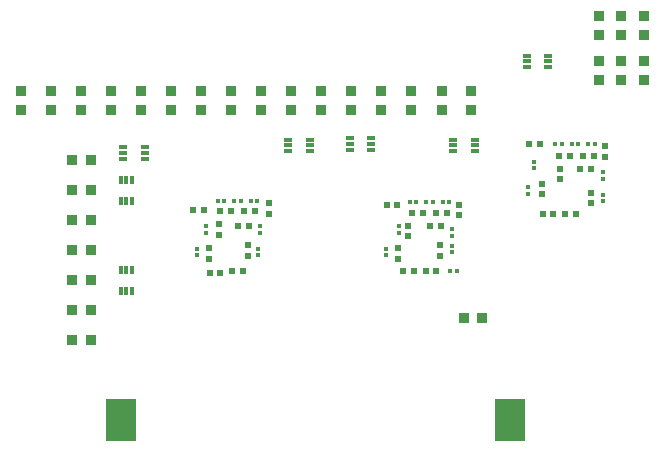
<source format=gbr>
G04 EAGLE Gerber RS-274X export*
G75*
%MOMM*%
%FSLAX34Y34*%
%LPD*%
%INSolderpaste Bottom*%
%IPPOS*%
%AMOC8*
5,1,8,0,0,1.08239X$1,22.5*%
G01*
%ADD10R,0.600000X0.620000*%
%ADD11R,0.365000X0.330000*%
%ADD12R,0.620000X0.600000*%
%ADD13R,0.330000X0.365000*%
%ADD14R,0.300000X0.650000*%
%ADD15R,0.650000X0.300000*%
%ADD16R,0.950000X0.900000*%
%ADD17R,0.900000X0.950000*%
%ADD18R,2.500000X3.600000*%


D10*
X-119860Y420370D03*
X-129060Y420370D03*
D11*
X-195860Y312420D03*
X-190220Y312420D03*
D10*
X-103660Y410210D03*
X-94460Y410210D03*
X-235740Y312420D03*
X-226540Y312420D03*
X-399570Y311150D03*
X-390370Y311150D03*
X-108430Y360680D03*
X-117630Y360680D03*
D12*
X-187960Y369090D03*
X-187960Y359890D03*
X-102870Y390370D03*
X-102870Y399570D03*
D10*
X-85880Y398780D03*
X-76680Y398780D03*
D12*
X-349250Y370360D03*
X-349250Y361160D03*
D10*
X-83340Y410210D03*
X-74140Y410210D03*
D12*
X-118110Y386870D03*
X-118110Y377670D03*
X-231140Y342110D03*
X-231140Y351310D03*
D10*
X-207800Y361950D03*
X-198600Y361950D03*
X-240510Y368300D03*
X-249710Y368300D03*
D12*
X-204470Y325600D03*
X-204470Y334800D03*
D10*
X-228120Y361950D03*
X-218920Y361950D03*
D12*
X-240030Y332260D03*
X-240030Y323060D03*
D10*
X-212880Y350520D03*
X-203680Y350520D03*
X-370360Y363220D03*
X-361160Y363220D03*
X-404340Y364490D03*
X-413540Y364490D03*
X-390680Y363220D03*
X-381480Y363220D03*
D12*
X-367030Y325600D03*
X-367030Y334800D03*
X-391160Y343380D03*
X-391160Y352580D03*
D10*
X-98580Y360680D03*
X-89380Y360680D03*
X-375440Y350520D03*
X-366240Y350520D03*
D12*
X-400050Y332260D03*
X-400050Y323060D03*
D10*
X-216690Y312420D03*
X-207490Y312420D03*
D13*
X-250190Y331750D03*
X-250190Y326110D03*
D11*
X-92990Y420370D03*
X-87350Y420370D03*
X-106960Y420370D03*
X-101320Y420370D03*
D13*
X-402590Y345160D03*
X-402590Y350800D03*
D11*
X-79020Y420370D03*
X-73380Y420370D03*
D13*
X-66040Y390880D03*
X-66040Y396520D03*
D12*
X-64770Y418620D03*
X-64770Y409420D03*
D13*
X-129540Y383820D03*
X-129540Y378180D03*
X-194310Y328650D03*
X-194310Y334290D03*
X-238760Y345160D03*
X-238760Y350800D03*
X-194310Y342620D03*
X-194310Y348260D03*
D11*
X-216180Y370840D03*
X-210540Y370840D03*
X-202210Y370840D03*
X-196570Y370840D03*
X-230150Y370840D03*
X-224510Y370840D03*
D13*
X-124460Y399770D03*
X-124460Y405410D03*
D12*
X-76200Y370050D03*
X-76200Y379250D03*
D13*
X-66040Y371830D03*
X-66040Y377470D03*
X-356870Y345160D03*
X-356870Y350800D03*
X-410210Y331750D03*
X-410210Y326110D03*
D11*
X-364770Y372110D03*
X-359130Y372110D03*
X-378740Y372110D03*
X-373100Y372110D03*
X-392710Y372110D03*
X-387070Y372110D03*
D13*
X-358140Y326110D03*
X-358140Y331750D03*
D10*
X-380520Y312420D03*
X-371320Y312420D03*
D14*
X-464900Y371750D03*
X-469900Y371750D03*
X-474900Y371750D03*
X-474900Y390250D03*
X-469900Y390250D03*
X-464900Y390250D03*
X-464900Y295550D03*
X-469900Y295550D03*
X-474900Y295550D03*
X-474900Y314050D03*
X-469900Y314050D03*
X-464900Y314050D03*
D15*
X-193400Y414100D03*
X-193400Y419100D03*
X-193400Y424100D03*
X-174900Y424100D03*
X-174900Y419100D03*
X-174900Y414100D03*
X-281030Y415370D03*
X-281030Y420370D03*
X-281030Y425370D03*
X-262530Y425370D03*
X-262530Y420370D03*
X-262530Y415370D03*
X-333100Y414100D03*
X-333100Y419100D03*
X-333100Y424100D03*
X-314600Y424100D03*
X-314600Y419100D03*
X-314600Y414100D03*
X-472800Y407750D03*
X-472800Y412750D03*
X-472800Y417750D03*
X-454300Y417750D03*
X-454300Y412750D03*
X-454300Y407750D03*
X-112670Y495220D03*
X-112670Y490220D03*
X-112670Y485220D03*
X-131170Y485220D03*
X-131170Y490220D03*
X-131170Y495220D03*
D16*
X-508000Y465200D03*
X-508000Y449200D03*
X-533400Y465200D03*
X-533400Y449200D03*
X-482600Y465200D03*
X-482600Y449200D03*
X-457200Y465200D03*
X-457200Y449200D03*
X-431800Y465200D03*
X-431800Y449200D03*
X-406400Y465200D03*
X-406400Y449200D03*
X-381000Y465200D03*
X-381000Y449200D03*
X-355600Y465200D03*
X-355600Y449200D03*
X-330200Y449200D03*
X-330200Y465200D03*
X-304800Y465200D03*
X-304800Y449200D03*
X-279400Y465200D03*
X-279400Y449200D03*
D17*
X-516000Y254000D03*
X-500000Y254000D03*
D16*
X-254000Y465200D03*
X-254000Y449200D03*
X-228600Y465200D03*
X-228600Y449200D03*
X-202946Y465454D03*
X-202946Y449454D03*
X-177800Y465200D03*
X-177800Y449200D03*
D17*
X-516000Y279400D03*
X-500000Y279400D03*
X-516000Y304800D03*
X-500000Y304800D03*
X-516000Y330200D03*
X-500000Y330200D03*
D16*
X-50800Y512700D03*
X-50800Y528700D03*
X-50800Y490600D03*
X-50800Y474600D03*
D17*
X-168530Y273050D03*
X-184530Y273050D03*
D16*
X-31750Y512700D03*
X-31750Y528700D03*
X-31750Y490600D03*
X-31750Y474600D03*
D17*
X-516000Y355600D03*
X-500000Y355600D03*
D16*
X-69850Y490600D03*
X-69850Y474600D03*
X-69850Y512700D03*
X-69850Y528700D03*
D17*
X-516000Y381000D03*
X-500000Y381000D03*
X-516000Y406400D03*
X-500000Y406400D03*
D16*
X-558800Y465200D03*
X-558800Y449200D03*
D18*
X-144880Y186690D03*
X-474880Y186690D03*
M02*

</source>
